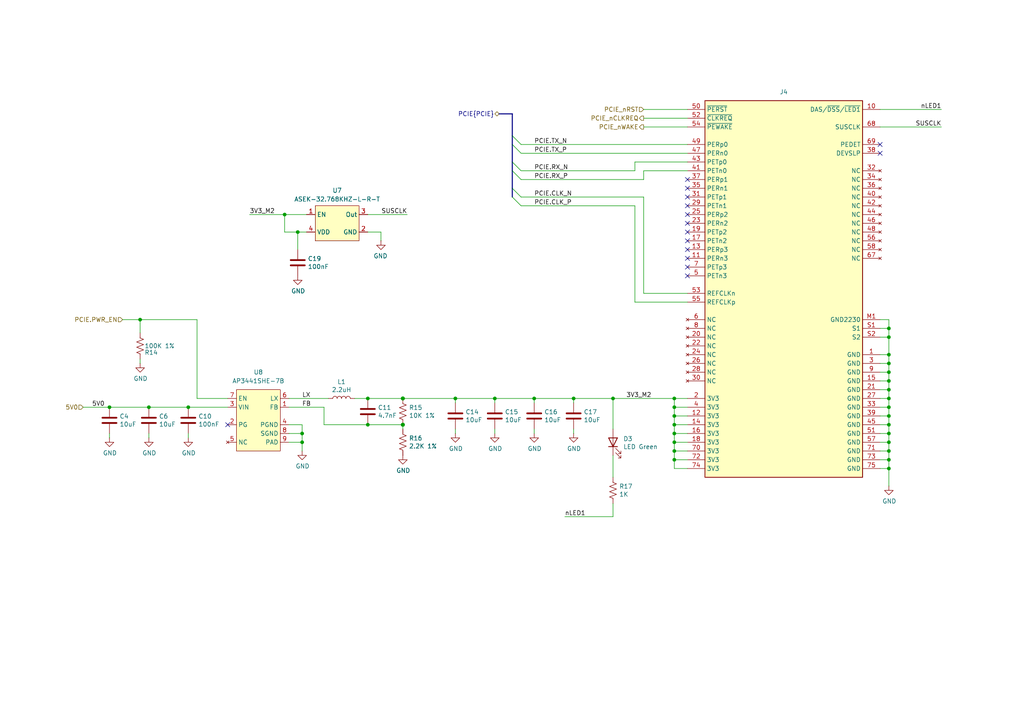
<source format=kicad_sch>
(kicad_sch (version 20250114) (generator "eeschema") (generator_version "9.0")
  (paper "A4")
  (lib_symbols
    (symbol "library:AP3441SHE-7B"
      (property "Reference" "U8" (at 0 13.97 0))
      (property "Value" "AP3441SHE-7B" (at 0 11.43 0))
      (symbol "AP3441SHE-7B_1_1"
        (rectangle (start -6.35 8.89) (end 6.35 -8.89) (fill (type color) (color 255 255 194 1)))
        (pin input line (at -8.89 6.35 0) (length 2.54) (name "EN") (number "7"))
        (pin power_in line (at -8.89 3.81 0) (length 2.54) (name "VIN") (number "3"))
        (pin open_collector line (at -8.89 -1.27 0) (length 2.54) (name "PG") (number "2"))
        (pin no_connect line (at -8.89 -6.35 0) (length 2.54) (name "NC") (number "5"))
        (pin power_out line (at 8.89 6.35 180) (length 2.54) (name "LX") (number "6"))
        (pin passive line (at 8.89 3.81 180) (length 2.54) (name "FB") (number "1"))
        (pin power_in line (at 8.89 -1.27 180) (length 2.54) (name "PGND") (number "4"))
        (pin power_in line (at 8.89 -3.81 180) (length 2.54) (name "SGND") (number "8"))
        (pin input line (at 8.89 -6.35 180) (length 2.54) (name "PAD") (number "9"))
      )
    )
    (symbol "library:ASEK-32.768KHZ-L-R-T"
      (property "Reference" "U7" (at 0 9.525 0))
      (property "Value" "ASEK-32.768KHZ-L-R-T" (at 0 6.985 0))
      (symbol "ASEK-32.768KHZ-L-R-T_1_1"
        (rectangle (start -6.35 5.08) (end 6.35 -5.08) (fill (type color) (color 255 255 194 1)))
        (pin input line (at -8.89 2.54 0) (length 2.54) (name "EN") (number "1"))
        (pin power_in line (at -8.89 -2.54 0) (length 2.54) (name "VDD") (number "4"))
        (pin output line (at 8.89 2.54 180) (length 2.54) (name "Out") (number "3"))
        (pin power_in line (at 8.89 -2.54 180) (length 2.54) (name "GND") (number "2"))
      )
    )
    (symbol "library:Bus_M.2_Socket_M"
      (property "Reference" "J4" (at 0 48.26 0))
      (symbol "Bus_M.2_Socket_M_0_1"
        (rectangle (start -22.86 45.72) (end 22.86 -63.5) (stroke (width 0.254)) (fill (type background)))
      )
      (symbol "Bus_M.2_Socket_M_1_1"
        (pin input line (at -27.94 43.18 0) (length 5.08) (name "~{PERST}") (number "50"))
        (pin bidirectional line (at -27.94 40.64 0) (length 5.08) (name "~{CLKREQ}") (number "52"))
        (pin bidirectional line (at -27.94 38.1 0) (length 5.08) (name "~{PEWAKE}") (number "54"))
        (pin input line (at -27.94 33.02 0) (length 5.08) (name "PERp0") (number "49"))
        (pin input line (at -27.94 30.48 0) (length 5.08) (name "PERn0") (number "47"))
        (pin output line (at -27.94 27.94 0) (length 5.08) (name "PETp0") (number "43"))
        (pin output line (at -27.94 25.4 0) (length 5.08) (name "PETn0") (number "41"))
        (pin input line (at -27.94 22.86 0) (length 5.08) (name "PERp1") (number "37"))
        (pin input line (at -27.94 20.32 0) (length 5.08) (name "PERn1") (number "35"))
        (pin output line (at -27.94 17.78 0) (length 5.08) (name "PETp1") (number "31"))
        (pin output line (at -27.94 15.24 0) (length 5.08) (name "PETn1") (number "29"))
        (pin input line (at -27.94 12.7 0) (length 5.08) (name "PERp2") (number "25"))
        (pin input line (at -27.94 10.16 0) (length 5.08) (name "PERn2") (number "23"))
        (pin output line (at -27.94 7.62 0) (length 5.08) (name "PETp2") (number "19"))
        (pin output line (at -27.94 5.08 0) (length 5.08) (name "PETn2") (number "17"))
        (pin input line (at -27.94 2.54 0) (length 5.08) (name "PERp3") (number "13"))
        (pin input line (at -27.94 0 0) (length 5.08) (name "PERn3") (number "11"))
        (pin output line (at -27.94 -2.54 0) (length 5.08) (name "PETp3") (number "7"))
        (pin output line (at -27.94 -5.08 0) (length 5.08) (name "PETn3") (number "5"))
        (pin input line (at -27.94 -10.16 0) (length 5.08) (name "REFCLKn") (number "53"))
        (pin input line (at -27.94 -12.7 0) (length 5.08) (name "REFCLKp") (number "55"))
        (pin no_connect line (at -27.94 -17.78 0) (length 5.08) (name "NC") (number "6"))
        (pin no_connect line (at -27.94 -20.32 0) (length 5.08) (name "NC") (number "8"))
        (pin no_connect line (at -27.94 -22.86 0) (length 5.08) (name "NC") (number "20"))
        (pin no_connect line (at -27.94 -25.4 0) (length 5.08) (name "NC") (number "22"))
        (pin no_connect line (at -27.94 -27.94 0) (length 5.08) (name "NC") (number "24"))
        (pin no_connect line (at -27.94 -30.48 0) (length 5.08) (name "NC") (number "26"))
        (pin no_connect line (at -27.94 -33.02 0) (length 5.08) (name "NC") (number "28"))
        (pin no_connect line (at -27.94 -35.56 0) (length 5.08) (name "NC") (number "30"))
        (pin power_in line (at -27.94 -40.64 0) (length 5.08) (name "3V3") (number "2"))
        (pin power_in line (at -27.94 -43.18 0) (length 5.08) (name "3V3") (number "4"))
        (pin power_in line (at -27.94 -45.72 0) (length 5.08) (name "3V3") (number "12"))
        (pin power_in line (at -27.94 -48.26 0) (length 5.08) (name "3V3") (number "14"))
        (pin power_in line (at -27.94 -50.8 0) (length 5.08) (name "3V3") (number "16"))
        (pin power_in line (at -27.94 -53.34 0) (length 5.08) (name "3V3") (number "18"))
        (pin power_in line (at -27.94 -55.88 0) (length 5.08) (name "3V3") (number "70"))
        (pin power_in line (at -27.94 -58.42 0) (length 5.08) (name "3V3") (number "72"))
        (pin power_in line (at -27.94 -60.96 0) (length 5.08) (name "3V3") (number "74"))
        (pin bidirectional line (at 27.94 43.18 180) (length 5.08) (name "DAS/~{DSS}/~{LED1}") (number "10"))
        (pin input line (at 27.94 38.1 180) (length 5.08) (name "SUSCLK") (number "68"))
        (pin passive line (at 27.94 33.02 180) (length 5.08) (name "PEDET") (number "69"))
        (pin input line (at 27.94 30.48 180) (length 5.08) (name "DEVSLP") (number "38"))
        (pin no_connect line (at 27.94 25.4 180) (length 5.08) (name "NC") (number "32"))
        (pin no_connect line (at 27.94 22.86 180) (length 5.08) (name "NC") (number "34"))
        (pin no_connect line (at 27.94 20.32 180) (length 5.08) (name "NC") (number "36"))
        (pin no_connect line (at 27.94 17.78 180) (length 5.08) (name "NC") (number "40"))
        (pin no_connect line (at 27.94 15.24 180) (length 5.08) (name "NC") (number "42"))
        (pin no_connect line (at 27.94 12.7 180) (length 5.08) (name "NC") (number "44"))
        (pin no_connect line (at 27.94 10.16 180) (length 5.08) (name "NC") (number "46"))
        (pin no_connect line (at 27.94 7.62 180) (length 5.08) (name "NC") (number "48"))
        (pin no_connect line (at 27.94 5.08 180) (length 5.08) (name "NC") (number "56"))
        (pin no_connect line (at 27.94 2.54 180) (length 5.08) (name "NC") (number "58"))
        (pin no_connect line (at 27.94 0 180) (length 5.08) (name "NC") (number "67"))
        (pin passive line (at 27.94 -17.78 180) (length 5.08) (name "GND2230") (number "M1"))
        (pin passive line (at 27.94 -20.32 180) (length 5.08) (name "S1") (number "S1"))
        (pin passive line (at 27.94 -22.86 180) (length 5.08) (name "S2") (number "S2"))
        (pin power_in line (at 27.94 -27.94 180) (length 5.08) (name "GND") (number "1"))
        (pin power_in line (at 27.94 -30.48 180) (length 5.08) (name "GND") (number "3"))
        (pin power_in line (at 27.94 -33.02 180) (length 5.08) (name "GND") (number "9"))
        (pin power_in line (at 27.94 -35.56 180) (length 5.08) (name "GND") (number "15"))
        (pin power_in line (at 27.94 -38.1 180) (length 5.08) (name "GND") (number "21"))
        (pin power_in line (at 27.94 -40.64 180) (length 5.08) (name "GND") (number "27"))
        (pin power_in line (at 27.94 -43.18 180) (length 5.08) (name "GND") (number "33"))
        (pin power_in line (at 27.94 -45.72 180) (length 5.08) (name "GND") (number "39"))
        (pin power_in line (at 27.94 -48.26 180) (length 5.08) (name "GND") (number "45"))
        (pin power_in line (at 27.94 -50.8 180) (length 5.08) (name "GND") (number "51"))
        (pin power_in line (at 27.94 -53.34 180) (length 5.08) (name "GND") (number "57"))
        (pin power_in line (at 27.94 -55.88 180) (length 5.08) (name "GND") (number "71"))
        (pin power_in line (at 27.94 -58.42 180) (length 5.08) (name "GND") (number "73"))
        (pin power_in line (at 27.94 -60.96 180) (length 5.08) (name "GND") (number "75"))
      )
    )
    (symbol "library:C" (pin_numbers (hide yes)) (pin_names (offset 0.254))
      (property "Reference" "C" (at 0.635 2.54 0))
      (property "Value" "C" (at 0.635 -2.54 0))
      (symbol "C_0_1"
        (polyline (pts (xy -2.032 0.762) (xy 2.032 0.762)) (stroke (width 0.508)))
        (polyline (pts (xy -2.032 -0.762) (xy 2.032 -0.762)) (stroke (width 0.508)))
      )
      (symbol "C_1_1"
        (pin passive line (at 0 3.81 270) (length 2.794) (name "~") (number "1"))
        (pin passive line (at 0 -3.81 90) (length 2.794) (name "~") (number "2"))
      )
    )
    (symbol "library:GND" (power) (pin_numbers (hide yes)) (pin_names (offset 0) (hide yes))
      (property "Value" "GND" (at 0 -3.81 0))
      (symbol "GND_0_1"
        (polyline (pts (xy 0 0) (xy 0 -1.27) (xy 1.27 -1.27) (xy 0 -2.54) (xy -1.27 -1.27) (xy 0 -1.27)))
      )
      (symbol "GND_1_1"
        (pin power_in line (at 0 0 270) (length 0) (name "~") (number "1"))
      )
    )
    (symbol "library:L" (pin_numbers (hide yes)) (pin_names (offset 1.016) (hide yes))
      (property "Reference" "L" (at -1.27 0 90))
      (property "Value" "L" (at 1.905 0 90))
      (symbol "L_0_1"
        (arc (start 0 2.54) (mid 0.6323 1.905) (end 0 1.27))
        (arc (start 0 1.27) (mid 0.6323 0.635) (end 0 0))
        (arc (start 0 0) (mid 0.6323 -0.635) (end 0 -1.27))
        (arc (start 0 -1.27) (mid 0.6323 -1.905) (end 0 -2.54))
      )
      (symbol "L_1_1"
        (pin passive line (at 0 3.81 270) (length 1.27) (name "1") (number "1"))
        (pin passive line (at 0 -3.81 90) (length 1.27) (name "2") (number "2"))
      )
    )
    (symbol "library:LED" (pin_numbers (hide yes)) (pin_names (offset 1.016) (hide yes))
      (property "Reference" "D" (at 0 2.54 0))
      (property "Value" "LED" (at 0 -2.54 0))
      (symbol "LED_0_1"
        (polyline (pts (xy -3.048 -0.762) (xy -4.572 -2.286) (xy -3.81 -2.286) (xy -4.572 -2.286) (xy -4.572 -1.524)))
        (polyline (pts (xy -1.778 -0.762) (xy -3.302 -2.286) (xy -2.54 -2.286) (xy -3.302 -2.286) (xy -3.302 -1.524)))
        (polyline (pts (xy -1.27 0) (xy 1.27 0)))
        (polyline (pts (xy -1.27 -1.27) (xy -1.27 1.27)) (stroke (width 0.254)))
        (polyline (pts (xy 1.27 -1.27) (xy 1.27 1.27) (xy -1.27 0) (xy 1.27 -1.27)) (stroke (width 0.254)))
      )
      (symbol "LED_1_1"
        (pin passive line (at -3.81 0 0) (length 2.54) (name "K") (number "1"))
        (pin passive line (at 3.81 0 180) (length 2.54) (name "A") (number "2"))
      )
    )
    (symbol "library:R_US" (pin_numbers (hide yes)) (pin_names (offset 0))
      (property "Reference" "R" (at 2.54 0 90))
      (property "Value" "R_US" (at -2.54 0 90))
      (symbol "R_US_0_1"
        (polyline (pts (xy 0 2.286) (xy 0 2.54)))
        (polyline (pts (xy 0 2.286) (xy 1.016 1.905) (xy 0 1.524) (xy -1.016 1.143) (xy 0 0.762)))
        (polyline (pts (xy 0 0.762) (xy 1.016 0.381) (xy 0 0) (xy -1.016 -0.381) (xy 0 -0.762)))
        (polyline (pts (xy 0 -0.762) (xy 1.016 -1.143) (xy 0 -1.524) (xy -1.016 -1.905) (xy 0 -2.286)))
        (polyline (pts (xy 0 -2.286) (xy 0 -2.54)))
      )
      (symbol "R_US_1_1"
        (pin passive line (at 0 3.81 270) (length 1.27) (name "~") (number "1"))
        (pin passive line (at 0 -3.81 90) (length 1.27) (name "~") (number "2"))
      )
    )
  )
  (junction (at 82.55 62.23))
  (junction (at 195.58 120.65))
  (junction (at 116.84 115.57) (diameter 1.016))
  (junction (at 177.8 115.57))
  (junction (at 257.81 133.35))
  (junction (at 40.64 92.71))
  (junction (at 195.58 133.35))
  (junction (at 132.08 115.57))
  (junction (at 43.18 118.11))
  (junction (at 257.81 97.79))
  (junction (at 195.58 128.27))
  (junction (at 257.81 110.49))
  (junction (at 257.81 95.25))
  (junction (at 87.63 128.27))
  (junction (at 154.94 115.57))
  (junction (at 106.68 123.19))
  (junction (at 257.81 123.19))
  (junction (at 195.58 130.81))
  (junction (at 257.81 125.73))
  (junction (at 166.37 115.57))
  (junction (at 257.81 120.65))
  (junction (at 195.58 123.19))
  (junction (at 257.81 130.81))
  (junction (at 257.81 128.27))
  (junction (at 257.81 102.87))
  (junction (at 257.81 135.89))
  (junction (at 116.84 123.19) (diameter 1.016))
  (junction (at 106.68 115.57))
  (junction (at 195.58 125.73))
  (junction (at 195.58 115.57))
  (junction (at 257.81 115.57))
  (junction (at 257.81 107.95))
  (junction (at 86.36 67.31))
  (junction (at 257.81 113.03))
  (junction (at 31.75 118.11))
  (junction (at 87.63 125.73))
  (junction (at 257.81 105.41))
  (junction (at 257.81 118.11))
  (junction (at 54.61 118.11))
  (junction (at 143.51 115.57))
  (junction (at 195.58 118.11))
  (no_connect (at 199.39 72.39))
  (no_connect (at 199.39 77.47))
  (no_connect (at 199.39 69.85))
  (no_connect (at 255.27 41.91))
  (no_connect (at 199.39 57.15))
  (no_connect (at 199.39 64.77))
  (no_connect (at 199.39 59.69))
  (no_connect (at 255.27 44.45))
  (no_connect (at 66.04 123.19))
  (no_connect (at 199.39 80.01))
  (no_connect (at 199.39 54.61))
  (no_connect (at 199.39 67.31))
  (no_connect (at 199.39 62.23))
  (no_connect (at 199.39 52.07))
  (no_connect (at 199.39 74.93))
  (bus_entry (at 148.59 46.99) (size 2.54 2.54))
  (bus_entry (at 148.59 57.15) (size 2.54 2.54))
  (bus_entry (at 148.59 54.61) (size 2.54 2.54))
  (bus_entry (at 148.59 39.37) (size 2.54 2.54))
  (bus_entry (at 148.59 41.91) (size 2.54 2.54))
  (bus_entry (at 148.59 49.53) (size 2.54 2.54))
  (wire (pts (xy 257.81 92.71) (xy 255.27 92.71)))
  (wire (pts (xy 257.81 128.27) (xy 257.81 130.81)))
  (wire (pts (xy 54.61 118.11) (xy 66.04 118.11)))
  (wire (pts (xy 255.27 31.75) (xy 273.05 31.75)))
  (wire (pts (xy 177.8 115.57) (xy 195.58 115.57)))
  (wire (pts (xy 257.81 123.19) (xy 255.27 123.19)))
  (wire (pts (xy 132.08 125.73) (xy 132.08 124.46)))
  (wire (pts (xy 195.58 120.65) (xy 199.39 120.65)))
  (wire (pts (xy 24.13 118.11) (xy 31.75 118.11)))
  (wire (pts (xy 257.81 97.79) (xy 255.27 97.79)))
  (wire (pts (xy 43.18 118.11) (xy 54.61 118.11)))
  (bus (pts (xy 148.59 39.37) (xy 148.59 41.91)))
  (wire (pts (xy 195.58 130.81) (xy 195.58 133.35)))
  (wire (pts (xy 93.98 123.19) (xy 106.68 123.19)))
  (wire (pts (xy 151.13 57.15) (xy 186.69 57.15)))
  (wire (pts (xy 257.81 130.81) (xy 257.81 133.35)))
  (wire (pts (xy 132.08 116.84) (xy 132.08 115.57)))
  (wire (pts (xy 195.58 128.27) (xy 195.58 130.81)))
  (wire (pts (xy 186.69 36.83) (xy 199.39 36.83)))
  (wire (pts (xy 177.8 149.86) (xy 177.8 146.05)))
  (wire (pts (xy 199.39 87.63) (xy 184.15 87.63)))
  (wire (pts (xy 72.39 62.23) (xy 82.55 62.23)))
  (wire (pts (xy 106.68 115.57) (xy 116.84 115.57)))
  (wire (pts (xy 195.58 128.27) (xy 199.39 128.27)))
  (wire (pts (xy 257.81 115.57) (xy 255.27 115.57)))
  (wire (pts (xy 154.94 124.46) (xy 154.94 125.73)))
  (wire (pts (xy 83.82 115.57) (xy 95.25 115.57)))
  (wire (pts (xy 257.81 113.03) (xy 257.81 115.57)))
  (wire (pts (xy 257.81 135.89) (xy 257.81 140.97)))
  (wire (pts (xy 195.58 130.81) (xy 199.39 130.81)))
  (wire (pts (xy 40.64 96.52) (xy 40.64 92.71)))
  (wire (pts (xy 257.81 128.27) (xy 255.27 128.27)))
  (wire (pts (xy 257.81 118.11) (xy 257.81 120.65)))
  (bus (pts (xy 148.59 54.61) (xy 148.59 57.15)))
  (bus (pts (xy 148.59 33.02) (xy 148.59 39.37)))
  (wire (pts (xy 83.82 123.19) (xy 87.63 123.19)))
  (wire (pts (xy 257.81 133.35) (xy 257.81 135.89)))
  (wire (pts (xy 257.81 115.57) (xy 257.81 118.11)))
  (wire (pts (xy 31.75 125.73) (xy 31.75 127)))
  (wire (pts (xy 87.63 125.73) (xy 87.63 128.27)))
  (wire (pts (xy 257.81 102.87) (xy 255.27 102.87)))
  (wire (pts (xy 163.83 149.86) (xy 177.8 149.86)))
  (wire (pts (xy 143.51 115.57) (xy 143.51 116.84)))
  (wire (pts (xy 177.8 115.57) (xy 177.8 124.46)))
  (wire (pts (xy 184.15 87.63) (xy 184.15 59.69)))
  (wire (pts (xy 166.37 124.46) (xy 166.37 125.73)))
  (wire (pts (xy 166.37 115.57) (xy 166.37 116.84)))
  (wire (pts (xy 257.81 123.19) (xy 257.81 125.73)))
  (wire (pts (xy 40.64 105.41) (xy 40.64 104.14)))
  (wire (pts (xy 43.18 125.73) (xy 43.18 127)))
  (wire (pts (xy 151.13 52.07) (xy 186.69 52.07)))
  (wire (pts (xy 195.58 115.57) (xy 199.39 115.57)))
  (wire (pts (xy 195.58 123.19) (xy 199.39 123.19)))
  (wire (pts (xy 257.81 133.35) (xy 255.27 133.35)))
  (wire (pts (xy 195.58 115.57) (xy 195.58 118.11)))
  (wire (pts (xy 83.82 125.73) (xy 87.63 125.73)))
  (wire (pts (xy 143.51 115.57) (xy 154.94 115.57)))
  (wire (pts (xy 195.58 135.89) (xy 199.39 135.89)))
  (wire (pts (xy 257.81 110.49) (xy 255.27 110.49)))
  (wire (pts (xy 257.81 125.73) (xy 255.27 125.73)))
  (wire (pts (xy 177.8 132.08) (xy 177.8 138.43)))
  (wire (pts (xy 199.39 46.99) (xy 184.15 46.99)))
  (wire (pts (xy 257.81 105.41) (xy 257.81 107.95)))
  (wire (pts (xy 110.49 69.85) (xy 110.49 67.31)))
  (wire (pts (xy 82.55 62.23) (xy 88.9 62.23)))
  (wire (pts (xy 86.36 67.31) (xy 86.36 72.39)))
  (wire (pts (xy 82.55 67.31) (xy 86.36 67.31)))
  (wire (pts (xy 257.81 92.71) (xy 257.81 95.25)))
  (wire (pts (xy 257.81 110.49) (xy 257.81 113.03)))
  (wire (pts (xy 93.98 118.11) (xy 83.82 118.11)))
  (wire (pts (xy 257.81 97.79) (xy 257.81 102.87)))
  (wire (pts (xy 132.08 115.57) (xy 143.51 115.57)))
  (wire (pts (xy 255.27 36.83) (xy 273.05 36.83)))
  (wire (pts (xy 151.13 59.69) (xy 184.15 59.69)))
  (wire (pts (xy 195.58 133.35) (xy 195.58 135.89)))
  (wire (pts (xy 195.58 133.35) (xy 199.39 133.35)))
  (wire (pts (xy 154.94 115.57) (xy 154.94 116.84)))
  (wire (pts (xy 257.81 120.65) (xy 255.27 120.65)))
  (wire (pts (xy 257.81 118.11) (xy 255.27 118.11)))
  (wire (pts (xy 257.81 102.87) (xy 257.81 105.41)))
  (wire (pts (xy 83.82 128.27) (xy 87.63 128.27)))
  (wire (pts (xy 82.55 62.23) (xy 82.55 67.31)))
  (bus (pts (xy 148.59 41.91) (xy 148.59 46.99)))
  (wire (pts (xy 116.84 124.46) (xy 116.84 123.19)))
  (wire (pts (xy 116.84 115.57) (xy 132.08 115.57)))
  (wire (pts (xy 154.94 115.57) (xy 166.37 115.57)))
  (wire (pts (xy 57.15 115.57) (xy 66.04 115.57)))
  (wire (pts (xy 257.81 135.89) (xy 255.27 135.89)))
  (wire (pts (xy 87.63 128.27) (xy 87.63 130.81)))
  (wire (pts (xy 257.81 120.65) (xy 257.81 123.19)))
  (wire (pts (xy 257.81 107.95) (xy 257.81 110.49)))
  (wire (pts (xy 143.51 124.46) (xy 143.51 125.73)))
  (bus (pts (xy 148.59 49.53) (xy 148.59 54.61)))
  (wire (pts (xy 86.36 67.31) (xy 88.9 67.31)))
  (bus (pts (xy 148.59 46.99) (xy 148.59 49.53)))
  (wire (pts (xy 40.64 92.71) (xy 57.15 92.71)))
  (wire (pts (xy 110.49 67.31) (xy 106.68 67.31)))
  (wire (pts (xy 102.87 115.57) (xy 106.68 115.57)))
  (wire (pts (xy 166.37 115.57) (xy 177.8 115.57)))
  (wire (pts (xy 257.81 95.25) (xy 255.27 95.25)))
  (wire (pts (xy 257.81 130.81) (xy 255.27 130.81)))
  (wire (pts (xy 257.81 125.73) (xy 257.81 128.27)))
  (wire (pts (xy 195.58 125.73) (xy 195.58 128.27)))
  (wire (pts (xy 186.69 31.75) (xy 199.39 31.75)))
  (wire (pts (xy 257.81 107.95) (xy 255.27 107.95)))
  (wire (pts (xy 93.98 123.19) (xy 93.98 118.11)))
  (wire (pts (xy 106.68 62.23) (xy 118.11 62.23)))
  (wire (pts (xy 184.15 46.99) (xy 184.15 49.53)))
  (wire (pts (xy 186.69 85.09) (xy 186.69 57.15)))
  (wire (pts (xy 35.56 92.71) (xy 40.64 92.71)))
  (wire (pts (xy 195.58 118.11) (xy 195.58 120.65)))
  (wire (pts (xy 199.39 49.53) (xy 186.69 49.53)))
  (wire (pts (xy 257.81 95.25) (xy 257.81 97.79)))
  (wire (pts (xy 106.68 123.19) (xy 116.84 123.19)))
  (wire (pts (xy 151.13 41.91) (xy 199.39 41.91)))
  (wire (pts (xy 257.81 105.41) (xy 255.27 105.41)))
  (wire (pts (xy 31.75 118.11) (xy 43.18 118.11)))
  (wire (pts (xy 151.13 44.45) (xy 199.39 44.45)))
  (wire (pts (xy 199.39 85.09) (xy 186.69 85.09)))
  (wire (pts (xy 184.15 49.53) (xy 151.13 49.53)))
  (wire (pts (xy 87.63 123.19) (xy 87.63 125.73)))
  (bus (pts (xy 148.59 33.02) (xy 144.78 33.02)))
  (wire (pts (xy 186.69 34.29) (xy 199.39 34.29)))
  (wire (pts (xy 57.15 92.71) (xy 57.15 115.57)))
  (wire (pts (xy 257.81 113.03) (xy 255.27 113.03)))
  (wire (pts (xy 195.58 123.19) (xy 195.58 125.73)))
  (wire (pts (xy 54.61 125.73) (xy 54.61 127)))
  (wire (pts (xy 195.58 125.73) (xy 199.39 125.73)))
  (wire (pts (xy 186.69 49.53) (xy 186.69 52.07)))
  (wire (pts (xy 195.58 118.11) (xy 199.39 118.11)))
  (wire (pts (xy 195.58 120.65) (xy 195.58 123.19)))
  (label "PCIE.RX_N" (at 154.94 49.53 0))
  (label "3V3_M2" (at 72.39 62.23 0))
  (label "5V0" (at 26.67 118.11 0))
  (label "PCIE.CLK_N" (at 154.94 57.15 0))
  (label "PCIE.CLK_P" (at 154.94 59.69 0))
  (label "PCIE.TX_P" (at 154.94 44.45 0))
  (label "nLED1" (at 163.83 149.86 0))
  (label "nLED1" (at 273.05 31.75 180))
  (label "3V3_M2" (at 181.61 115.57 0))
  (label "PCIE.RX_P" (at 154.94 52.07 0))
  (label "PCIE.TX_N" (at 154.94 41.91 0))
  (label "SUSCLK" (at 273.05 36.83 180))
  (label "LX" (at 87.63 115.57 0))
  (label "SUSCLK" (at 118.11 62.23 180))
  (label "FB" (at 87.63 118.11 0))
  (hierarchical_label "PCIE{PCIE}" (shape bidirectional) (at 144.78 33.02 180))
  (hierarchical_label "PCIE.PWR_EN" (shape input) (at 35.56 92.71 180))
  (hierarchical_label "PCIE_nRST" (shape input) (at 186.69 31.75 180))
  (hierarchical_label "5V0" (shape input) (at 24.13 118.11 180))
  (hierarchical_label "PCIE_nWAKE" (shape output) (at 186.69 36.83 180))
  (hierarchical_label "PCIE_nCLKREQ" (shape output) (at 186.69 34.29 180))
  (symbol (lib_id "library:LED") (at 177.8 128.27 90) (unit 1)
    (property "Reference" "D3" (at 180.7718 127.2794 90) (effects (justify right)))
    (property "Value" "LED Green" (at 180.7718 129.5908 90) (effects (justify right)))
    (property "Footprint" "LED_SMD:LED_0603_1608Metric" (effects (hide yes)))
    (property "Datasheet" "http://optoelectronics.liteon.com/upload/download/DS22-2000-226/LTST-S270KGKT.pdf" (effects (hide yes)))
    (property "Field4" "Digikey " (effects (hide yes)))
    (property "Field5" "LTST-S270KGKT" (effects (hide yes)))
    (property "Field6" "SML-A12M8TT86N" (effects (hide yes)))
    (property "Field7" "Rohm" (effects (hide yes)))
    (property "Field8" "650263301" (effects (hide yes)))
    (property "Part Description" "	Green 572nm LED Indication - Discrete 2.2V 2-SMD, No Lead" (effects (hide yes)))
  )
  (symbol (lib_id "library:C") (at 154.94 120.65 0) (unit 1)
    (property "Reference" "C16" (at 157.861 119.4816 0) (effects (justify left)))
    (property "Value" "10uF" (at 157.861 121.793 0) (effects (justify left)))
    (property "Footprint" "Capacitor_SMD:C_0805_2012Metric" (effects (hide yes)))
    (property "Datasheet" "https://search.murata.co.jp/Ceramy/image/img/A01X/G101/ENG/GRM21BR71A106KA73-01.pdf" (effects (hide yes)))
    (property "Field4" "Digikey" (effects (hide yes)))
    (property "Field5" "490-14381-1-ND" (effects (hide yes)))
    (property "Field6" "GRM21BR71A106KA73L" (effects (hide yes)))
    (property "Field7" "Murata" (effects (hide yes)))
    (property "Field8" "111893011" (effects (hide yes)))
    (property "Part Description" "	10uF 10% 10V Ceramic Capacitor X7R 0805 (2012 Metric)" (effects (hide yes)))
  )
  (symbol (lib_id "library:GND") (at 154.94 125.73 0) (unit 1)
    (property "Reference" "#PWR018" (effects (hide yes)))
    (property "Value" "GND" (at 155.067 130.1242 0))
    (property "Description" "Power symbol creates a global label with name \"GND\" , ground" (effects (hide yes)))
  )
  (symbol (lib_id "library:C") (at 43.18 121.92 0) (unit 1)
    (property "Reference" "C6" (at 46.101 120.7516 0) (effects (justify left)))
    (property "Value" "10uF" (at 46.101 123.063 0) (effects (justify left)))
    (property "Footprint" "Capacitor_SMD:C_0805_2012Metric" (effects (hide yes)))
    (property "Datasheet" "https://search.murata.co.jp/Ceramy/image/img/A01X/G101/ENG/GRM21BR71A106KA73-01.pdf" (effects (hide yes)))
    (property "Field4" "Digikey" (effects (hide yes)))
    (property "Field5" "490-14381-1-ND" (effects (hide yes)))
    (property "Field6" "GRM21BR71A106KA73L" (effects (hide yes)))
    (property "Field7" "Murata" (effects (hide yes)))
    (property "Field8" "111893011" (effects (hide yes)))
    (property "Part Description" "	10uF 10% 10V Ceramic Capacitor X7R 0805 (2012 Metric)" (effects (hide yes)))
  )
  (symbol (lib_id "library:GND") (at 43.18 127 0) (unit 1)
    (property "Reference" "#PWR021" (effects (hide yes)))
    (property "Value" "GND" (at 43.307 131.3942 0))
    (property "Description" "Power symbol creates a global label with name \"GND\" , ground" (effects (hide yes)))
  )
  (symbol (lib_id "library:GND") (at 257.81 140.97 0) (unit 1)
    (property "Reference" "#PWR03" (effects (hide yes)))
    (property "Value" "GND" (at 257.937 145.3642 0))
    (property "Description" "Power symbol creates a global label with name \"GND\" , ground" (effects (hide yes)))
  )
  (symbol (lib_id "library:GND") (at 166.37 125.73 0) (unit 1)
    (property "Reference" "#PWR024" (effects (hide yes)))
    (property "Value" "GND" (at 166.497 130.1242 0))
    (property "Description" "Power symbol creates a global label with name \"GND\" , ground" (effects (hide yes)))
  )
  (symbol (lib_id "library:R_US") (at 177.8 142.24 0) (unit 1)
    (property "Reference" "R17" (at 179.578 141.0716 0) (effects (justify left)))
    (property "Value" "1K" (at 179.578 143.383 0) (effects (justify left)))
    (property "Footprint" "Resistor_SMD:R_0402_1005Metric" (effects (hide yes)))
    (property "Datasheet" "https://fscdn.rohm.com/en/products/databook/datasheet/passive/resistor/chip_resistor/mcr-e.pdf" (effects (hide yes)))
    (property "Field4" "Farnell" (effects (hide yes)))
    (property "Field5" "9239235" (effects (hide yes)))
    (property "Field7" "KOA EUROPE GMBH" (effects (hide yes)))
    (property "Field6" "RK73H1ETTP1001F" (effects (hide yes)))
    (property "Part Description" "Resistor 1K M1005 1% 63mW" (effects (hide yes)))
    (property "Field8" "125049511" (effects (hide yes)))
  )
  (symbol (lib_id "library:L") (at 99.06 115.57 90) (unit 1)
    (property "Reference" "L1" (at 99.06 110.744 90))
    (property "Value" "2.2uH" (at 99.06 113.0554 90))
    (property "Footprint" "CM5IO:L_Bourns_SRP5030CC" (effects (hide yes)))
    (property "Datasheet" "https://www.bourns.com/docs/product-datasheets/srp5030cc.pdf" (effects (hide yes)))
    (property "Field6" "SRP5030CC-2R2M" (effects (hide yes)))
    (property "Field7" "Bourns" (effects (hide yes)))
    (property "Part Description" "Inductor, SMT, 2520, 2u2, IRMS=7A, ISAT=8A, DCR=0.032R" (effects (hide yes)))
    (property "Field5" "SRP5030CC-2R2M" (effects (hide yes)))
  )
  (symbol (lib_id "library:R_US") (at 116.84 119.38 0) (unit 1)
    (property "Reference" "R15" (at 118.618 118.2116 0) (effects (justify left)))
    (property "Value" "10K 1%" (at 118.618 120.523 0) (effects (justify left)))
    (property "Footprint" "Resistor_SMD:R_0402_1005Metric" (effects (hide yes)))
    (property "Datasheet" "https://fscdn.rohm.com/en/products/databook/datasheet/passive/resistor/chip_resistor/mcr-e.pdf" (effects (hide yes)))
    (property "Field4" "Farnell" (effects (hide yes)))
    (property "Field7" "Rohm" (effects (hide yes)))
    (property "Field6" "MCR01MZPF1002" (effects (hide yes)))
    (property "Part Description" "Resistor 10K M1005 1% 63mW" (effects (hide yes)))
  )
  (symbol (lib_id "library:C") (at 86.36 76.2 0) (unit 1)
    (property "Reference" "C19" (at 89.281 75.0316 0) (effects (justify left)))
    (property "Value" "100nF" (at 89.281 77.343 0) (effects (justify left)))
    (property "Footprint" "Capacitor_SMD:C_0402_1005Metric" (effects (hide yes)))
    (property "Datasheet" "https://search.murata.co.jp/Ceramy/image/img/A01X/G101/ENG/GRM155R71C104KA88-01.pdf" (effects (hide yes)))
    (property "Field4" "Farnell" (effects (hide yes)))
    (property "Field5" "2611911" (effects (hide yes)))
    (property "Field6" "RM EMK105 B7104KV-F" (effects (hide yes)))
    (property "Field7" "TAIYO YUDEN EUROPE GMBH" (effects (hide yes)))
    (property "Field8" "110091611" (effects (hide yes)))
    (property "Part Description" "	0.1uF 10% 16V Ceramic Capacitor X7R 0402 (1005 Metric)" (effects (hide yes)))
  )
  (symbol (lib_id "library:R_US") (at 40.64 100.33 0) (unit 1)
    (property "Reference" "R14" (at 41.91 102.235 0) (effects (justify left)))
    (property "Value" "100K 1%" (at 41.91 100.33 0) (effects (justify left)))
    (property "Footprint" "Resistor_SMD:R_0402_1005Metric" (effects (hide yes)))
    (property "Datasheet" "https://fscdn.rohm.com/en/products/databook/datasheet/passive/resistor/chip_resistor/mcr-e.pdf" (effects (hide yes)))
    (property "Field4" "Farnell" (effects (hide yes)))
    (property "Field6" "MCR01MZPF1003" (effects (hide yes)))
    (property "Field7" "Rohm" (effects (hide yes)))
    (property "Part Description" "Resistor 100K M1005 1% 63mW" (effects (hide yes)))
  )
  (symbol (lib_id "library:R_US") (at 116.84 128.27 0) (unit 1)
    (property "Reference" "R16" (at 118.618 127.1016 0) (effects (justify left)))
    (property "Value" "2.2K 1%" (at 118.618 129.413 0) (effects (justify left)))
    (property "Footprint" "Resistor_SMD:R_0402_1005Metric" (effects (hide yes)))
    (property "Datasheet" "https://fscdn.rohm.com/en/products/databook/datasheet/passive/resistor/chip_resistor/mcr-e.pdf" (effects (hide yes)))
    (property "Field4" "Farnell" (effects (hide yes)))
    (property "Part Description" "Resistor 2.2K M1005 1% 63mW" (effects (hide yes)))
  )
  (symbol (lib_id "library:ASEK-32.768KHZ-L-R-T") (at 97.79 64.77 0) (unit 1)
    (property "Reference" "U7" (at 97.79 55.245 0))
    (property "Value" "ASEK-32.768KHZ-L-R-T" (at 97.79 57.785 0))
    (property "Footprint" "Crystal:Crystal_SMD_3225-4Pin_3.2x2.5mm" (effects (hide yes)))
    (property "Datasheet" "https://abracon.com/Oscillators/ASEK.pdf" (effects (hide yes)))
    (property "Field5" "ASEK-32.768KHZ-L-R-T" (effects (hide yes)))
    (property "Field6" "ASEK-32.768KHZ-L-R-T" (effects (hide yes)))
    (property "Field7" "abracon" (effects (hide yes)))
    (property "Part Description" "32KHz Xtal oscilator" (effects (hide yes)))
  )
  (symbol (lib_id "library:C") (at 31.75 121.92 0) (unit 1)
    (property "Reference" "C4" (at 34.671 120.7516 0) (effects (justify left)))
    (property "Value" "10uF" (at 34.671 123.063 0) (effects (justify left)))
    (property "Footprint" "Capacitor_SMD:C_0805_2012Metric" (effects (hide yes)))
    (property "Datasheet" "https://search.murata.co.jp/Ceramy/image/img/A01X/G101/ENG/GRM21BR71A106KA73-01.pdf" (effects (hide yes)))
    (property "Field4" "Digikey" (effects (hide yes)))
    (property "Field5" "490-14381-1-ND" (effects (hide yes)))
    (property "Field6" "GRM21BR71A106KA73L" (effects (hide yes)))
    (property "Field7" "Murata" (effects (hide yes)))
    (property "Field8" "111893011" (effects (hide yes)))
    (property "Part Description" "	10uF 10% 10V Ceramic Capacitor X7R 0805 (2012 Metric)" (effects (hide yes)))
  )
  (symbol (lib_id "library:AP3441SHE-7B") (at 74.93 121.92 0) (unit 1)
    (property "Reference" "U8" (at 74.93 107.95 0))
    (property "Value" "AP3441SHE-7B" (at 74.93 110.49 0))
    (property "Footprint" "Package_DFN_QFN:DFN-8-1EP_2x2mm_P0.5mm_EP1.05x1.75mm" (effects (hide yes)))
    (property "Datasheet" "https://www.diodes.com/assets/Datasheets/AP3441-L.pdf" (effects (hide yes)))
    (property "Field5" "AP3441SHE-7B" (effects (hide yes)))
    (property "Field6" "AP3441SHE-7B" (effects (hide yes)))
    (property "Field7" "Diodes" (effects (hide yes)))
    (property "Part Description" "3A DC-DC converter" (effects (hide yes)))
  )
  (symbol (lib_id "library:C") (at 54.61 121.92 0) (unit 1)
    (property "Reference" "C10" (at 57.531 120.7516 0) (effects (justify left)))
    (property "Value" "100nF" (at 57.531 123.063 0) (effects (justify left)))
    (property "Footprint" "Capacitor_SMD:C_0402_1005Metric" (effects (hide yes)))
    (property "Datasheet" "https://search.murata.co.jp/Ceramy/image/img/A01X/G101/ENG/GRM155R71C104KA88-01.pdf" (effects (hide yes)))
    (property "Field4" "Farnell" (effects (hide yes)))
    (property "Field5" "2611911" (effects (hide yes)))
    (property "Field6" "RM EMK105 B7104KV-F" (effects (hide yes)))
    (property "Field7" "TAIYO YUDEN EUROPE GMBH" (effects (hide yes)))
    (property "Field8" "110091611" (effects (hide yes)))
    (property "Part Description" "	0.1uF 10% 16V Ceramic Capacitor X7R 0402 (1005 Metric)" (effects (hide yes)))
  )
  (symbol (lib_id "library:C") (at 132.08 120.65 0) (unit 1)
    (property "Reference" "C14" (at 135.001 119.4816 0) (effects (justify left)))
    (property "Value" "10uF" (at 135.001 121.793 0) (effects (justify left)))
    (property "Footprint" "Capacitor_SMD:C_0805_2012Metric" (effects (hide yes)))
    (property "Datasheet" "https://search.murata.co.jp/Ceramy/image/img/A01X/G101/ENG/GRM21BR71A106KA73-01.pdf" (effects (hide yes)))
    (property "Field4" "Digikey" (effects (hide yes)))
    (property "Field5" "490-14381-1-ND" (effects (hide yes)))
    (property "Field6" "GRM21BR71A106KA73L" (effects (hide yes)))
    (property "Field7" "Murata" (effects (hide yes)))
    (property "Field8" "111893011" (effects (hide yes)))
    (property "Part Description" "	10uF 10% 10V Ceramic Capacitor X7R 0805 (2012 Metric)" (effects (hide yes)))
  )
  (symbol (lib_id "library:GND") (at 31.75 127 0) (unit 1)
    (property "Reference" "#PWR020" (effects (hide yes)))
    (property "Value" "GND" (at 31.877 131.3942 0))
    (property "Description" "Power symbol creates a global label with name \"GND\" , ground" (effects (hide yes)))
  )
  (symbol (lib_id "library:GND") (at 40.64 105.41 0) (unit 1)
    (property "Reference" "#PWR08" (effects (hide yes)))
    (property "Value" "GND" (at 40.767 109.8042 0))
    (property "Description" "Power symbol creates a global label with name \"GND\" , ground" (effects (hide yes)))
  )
  (symbol (lib_id "library:GND") (at 116.84 132.08 0) (unit 1)
    (property "Reference" "#PWR016" (effects (hide yes)))
    (property "Value" "GND" (at 116.967 136.4742 0))
    (property "Description" "Power symbol creates a global label with name \"GND\" , ground" (effects (hide yes)))
  )
  (symbol (lib_id "library:GND") (at 54.61 127 0) (unit 1)
    (property "Reference" "#PWR04" (effects (hide yes)))
    (property "Value" "GND" (at 54.737 131.3942 0))
    (property "Description" "Power symbol creates a global label with name \"GND\" , ground" (effects (hide yes)))
  )
  (symbol (lib_id "library:C") (at 106.68 119.38 0) (unit 1)
    (property "Reference" "C11" (at 109.601 118.2116 0) (effects (justify left)))
    (property "Value" "4.7nF" (at 109.601 120.523 0) (effects (justify left)))
    (property "Footprint" "Capacitor_SMD:C_0402_1005Metric" (effects (hide yes)))
    (property "Part Description" "4.7nF capacitor 0402" (effects (hide yes)))
  )
  (symbol (lib_id "library:GND") (at 143.51 125.73 0) (unit 1)
    (property "Reference" "#PWR015" (effects (hide yes)))
    (property "Value" "GND" (at 143.637 130.1242 0))
    (property "Description" "Power symbol creates a global label with name \"GND\" , ground" (effects (hide yes)))
  )
  (symbol (lib_id "library:GND") (at 87.63 130.81 0) (unit 1)
    (property "Reference" "#PWR028" (effects (hide yes)))
    (property "Value" "GND" (at 87.757 135.2042 0))
    (property "Description" "Power symbol creates a global label with name \"GND\" , ground" (effects (hide yes)))
  )
  (symbol (lib_id "library:C") (at 143.51 120.65 0) (unit 1)
    (property "Reference" "C15" (at 146.431 119.4816 0) (effects (justify left)))
    (property "Value" "10uF" (at 146.431 121.793 0) (effects (justify left)))
    (property "Footprint" "Capacitor_SMD:C_0805_2012Metric" (effects (hide yes)))
    (property "Datasheet" "https://search.murata.co.jp/Ceramy/image/img/A01X/G101/ENG/GRM21BR71A106KA73-01.pdf" (effects (hide yes)))
    (property "Field4" "Digikey" (effects (hide yes)))
    (property "Field5" "490-14381-1-ND" (effects (hide yes)))
    (property "Field6" "GRM21BR71A106KA73L" (effects (hide yes)))
    (property "Field7" "Murata" (effects (hide yes)))
    (property "Field8" "111893011" (effects (hide yes)))
    (property "Part Description" "	10uF 10% 10V Ceramic Capacitor X7R 0805 (2012 Metric)" (effects (hide yes)))
  )
  (symbol (lib_id "library:GND") (at 86.36 80.01 0) (unit 1)
    (property "Reference" "#PWR025" (effects (hide yes)))
    (property "Value" "GND" (at 86.487 84.4042 0))
    (property "Description" "Power symbol creates a global label with name \"GND\" , ground" (effects (hide yes)))
  )
  (symbol (lib_id "library:Bus_M.2_Socket_M") (at 227.33 74.93 0) (unit 1)
    (property "Reference" "J4" (at 227.33 26.67 0))
    (property "Value" "Bus_M.2_Socket_M" (effects (hide yes)))
    (property "Footprint" "library:2230m2" (effects (hide yes)))
    (property "Description" "M.2 Socket 3 Mechanical Key M" (effects (hide yes)))
    (property "Field5" "MTSSD03-67MSW337" (effects (hide yes)))
    (property "Field6" "MTSSD03-67MSW337" (effects (hide yes)))
    (property "Field7" "MTCONN" (effects (hide yes)))
    (property "Part Description" "M.2 M Key connector" (effects (hide yes)))
  )
  (symbol (lib_id "library:C") (at 166.37 120.65 0) (unit 1)
    (property "Reference" "C17" (at 169.291 119.4816 0) (effects (justify left)))
    (property "Value" "10uF" (at 169.291 121.793 0) (effects (justify left)))
    (property "Footprint" "Capacitor_SMD:C_0805_2012Metric" (effects (hide yes)))
    (property "Datasheet" "https://search.murata.co.jp/Ceramy/image/img/A01X/G101/ENG/GRM21BR71A106KA73-01.pdf" (effects (hide yes)))
    (property "Field4" "Digikey" (effects (hide yes)))
    (property "Field5" "490-14381-1-ND" (effects (hide yes)))
    (property "Field6" "GRM21BR71A106KA73L" (effects (hide yes)))
    (property "Field7" "Murata" (effects (hide yes)))
    (property "Field8" "111893011" (effects (hide yes)))
    (property "Part Description" "	10uF 10% 10V Ceramic Capacitor X7R 0805 (2012 Metric)" (effects (hide yes)))
  )
  (symbol (lib_id "library:GND") (at 110.49 69.85 0) (mirror y) (unit 1)
    (property "Reference" "#PWR026" (effects (hide yes)))
    (property "Value" "GND" (at 110.363 74.2442 0))
    (property "Description" "Power symbol creates a global label with name \"GND\" , ground" (effects (hide yes)))
  )
  (symbol (lib_id "library:GND") (at 132.08 125.73 0) (unit 1)
    (property "Reference" "#PWR017" (effects (hide yes)))
    (property "Value" "GND" (at 132.207 130.1242 0))
    (property "Description" "Power symbol creates a global label with name \"GND\" , ground" (effects (hide yes)))
  )
)
</source>
